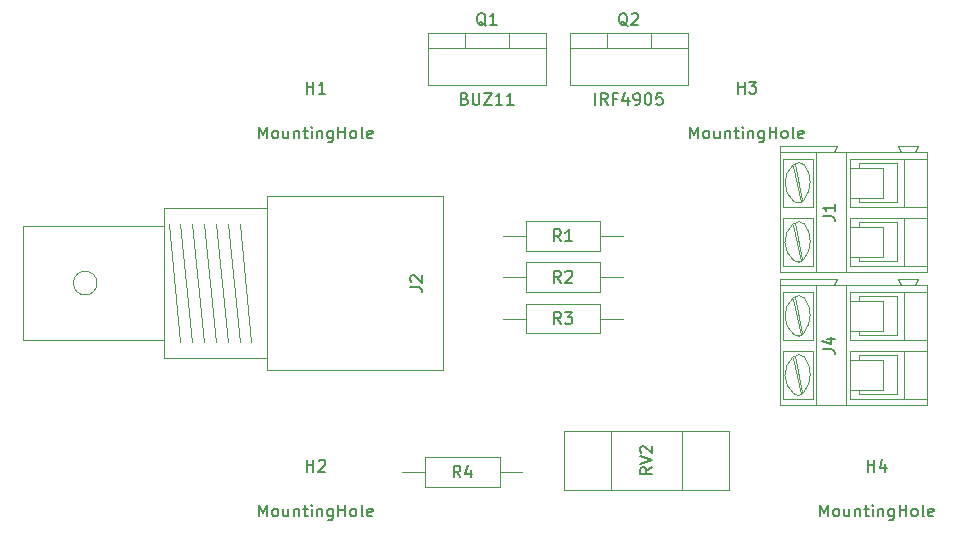
<source format=gbr>
G04 #@! TF.GenerationSoftware,KiCad,Pcbnew,6.0.7-f9a2dced07~116~ubuntu20.04.1*
G04 #@! TF.CreationDate,2022-10-13T03:27:04+01:00*
G04 #@! TF.ProjectId,mosfet_circuit,6d6f7366-6574-45f6-9369-72637569742e,rev?*
G04 #@! TF.SameCoordinates,Original*
G04 #@! TF.FileFunction,AssemblyDrawing,Top*
%FSLAX46Y46*%
G04 Gerber Fmt 4.6, Leading zero omitted, Abs format (unit mm)*
G04 Created by KiCad (PCBNEW 6.0.7-f9a2dced07~116~ubuntu20.04.1) date 2022-10-13 03:27:04*
%MOMM*%
%LPD*%
G01*
G04 APERTURE LIST*
%ADD10C,0.150000*%
%ADD11C,0.100000*%
G04 APERTURE END LIST*
D10*
X205952380Y-80333333D02*
X206666666Y-80333333D01*
X206809523Y-80380952D01*
X206904761Y-80476190D01*
X206952380Y-80619047D01*
X206952380Y-80714285D01*
X206952380Y-79333333D02*
X206952380Y-79904761D01*
X206952380Y-79619047D02*
X205952380Y-79619047D01*
X206095238Y-79714285D01*
X206190476Y-79809523D01*
X206238095Y-79904761D01*
X171002380Y-86333333D02*
X171716666Y-86333333D01*
X171859523Y-86380952D01*
X171954761Y-86476190D01*
X172002380Y-86619047D01*
X172002380Y-86714285D01*
X171097619Y-85904761D02*
X171050000Y-85857142D01*
X171002380Y-85761904D01*
X171002380Y-85523809D01*
X171050000Y-85428571D01*
X171097619Y-85380952D01*
X171192857Y-85333333D01*
X171288095Y-85333333D01*
X171430952Y-85380952D01*
X172002380Y-85952380D01*
X172002380Y-85333333D01*
X205952380Y-91598333D02*
X206666666Y-91598333D01*
X206809523Y-91645952D01*
X206904761Y-91741190D01*
X206952380Y-91884047D01*
X206952380Y-91979285D01*
X206285714Y-90693571D02*
X206952380Y-90693571D01*
X205904761Y-90931666D02*
X206619047Y-91169761D01*
X206619047Y-90550714D01*
X175619047Y-70373571D02*
X175761904Y-70421190D01*
X175809523Y-70468809D01*
X175857142Y-70564047D01*
X175857142Y-70706904D01*
X175809523Y-70802142D01*
X175761904Y-70849761D01*
X175666666Y-70897380D01*
X175285714Y-70897380D01*
X175285714Y-69897380D01*
X175619047Y-69897380D01*
X175714285Y-69945000D01*
X175761904Y-69992619D01*
X175809523Y-70087857D01*
X175809523Y-70183095D01*
X175761904Y-70278333D01*
X175714285Y-70325952D01*
X175619047Y-70373571D01*
X175285714Y-70373571D01*
X176285714Y-69897380D02*
X176285714Y-70706904D01*
X176333333Y-70802142D01*
X176380952Y-70849761D01*
X176476190Y-70897380D01*
X176666666Y-70897380D01*
X176761904Y-70849761D01*
X176809523Y-70802142D01*
X176857142Y-70706904D01*
X176857142Y-69897380D01*
X177238095Y-69897380D02*
X177904761Y-69897380D01*
X177238095Y-70897380D01*
X177904761Y-70897380D01*
X178809523Y-70897380D02*
X178238095Y-70897380D01*
X178523809Y-70897380D02*
X178523809Y-69897380D01*
X178428571Y-70040238D01*
X178333333Y-70135476D01*
X178238095Y-70183095D01*
X179761904Y-70897380D02*
X179190476Y-70897380D01*
X179476190Y-70897380D02*
X179476190Y-69897380D01*
X179380952Y-70040238D01*
X179285714Y-70135476D01*
X179190476Y-70183095D01*
X177404761Y-64222619D02*
X177309523Y-64175000D01*
X177214285Y-64079761D01*
X177071428Y-63936904D01*
X176976190Y-63889285D01*
X176880952Y-63889285D01*
X176928571Y-64127380D02*
X176833333Y-64079761D01*
X176738095Y-63984523D01*
X176690476Y-63794047D01*
X176690476Y-63460714D01*
X176738095Y-63270238D01*
X176833333Y-63175000D01*
X176928571Y-63127380D01*
X177119047Y-63127380D01*
X177214285Y-63175000D01*
X177309523Y-63270238D01*
X177357142Y-63460714D01*
X177357142Y-63794047D01*
X177309523Y-63984523D01*
X177214285Y-64079761D01*
X177119047Y-64127380D01*
X176928571Y-64127380D01*
X178309523Y-64127380D02*
X177738095Y-64127380D01*
X178023809Y-64127380D02*
X178023809Y-63127380D01*
X177928571Y-63270238D01*
X177833333Y-63365476D01*
X177738095Y-63413095D01*
X186666666Y-70897380D02*
X186666666Y-69897380D01*
X187714285Y-70897380D02*
X187380952Y-70421190D01*
X187142857Y-70897380D02*
X187142857Y-69897380D01*
X187523809Y-69897380D01*
X187619047Y-69945000D01*
X187666666Y-69992619D01*
X187714285Y-70087857D01*
X187714285Y-70230714D01*
X187666666Y-70325952D01*
X187619047Y-70373571D01*
X187523809Y-70421190D01*
X187142857Y-70421190D01*
X188476190Y-70373571D02*
X188142857Y-70373571D01*
X188142857Y-70897380D02*
X188142857Y-69897380D01*
X188619047Y-69897380D01*
X189428571Y-70230714D02*
X189428571Y-70897380D01*
X189190476Y-69849761D02*
X188952380Y-70564047D01*
X189571428Y-70564047D01*
X190000000Y-70897380D02*
X190190476Y-70897380D01*
X190285714Y-70849761D01*
X190333333Y-70802142D01*
X190428571Y-70659285D01*
X190476190Y-70468809D01*
X190476190Y-70087857D01*
X190428571Y-69992619D01*
X190380952Y-69945000D01*
X190285714Y-69897380D01*
X190095238Y-69897380D01*
X190000000Y-69945000D01*
X189952380Y-69992619D01*
X189904761Y-70087857D01*
X189904761Y-70325952D01*
X189952380Y-70421190D01*
X190000000Y-70468809D01*
X190095238Y-70516428D01*
X190285714Y-70516428D01*
X190380952Y-70468809D01*
X190428571Y-70421190D01*
X190476190Y-70325952D01*
X191095238Y-69897380D02*
X191190476Y-69897380D01*
X191285714Y-69945000D01*
X191333333Y-69992619D01*
X191380952Y-70087857D01*
X191428571Y-70278333D01*
X191428571Y-70516428D01*
X191380952Y-70706904D01*
X191333333Y-70802142D01*
X191285714Y-70849761D01*
X191190476Y-70897380D01*
X191095238Y-70897380D01*
X191000000Y-70849761D01*
X190952380Y-70802142D01*
X190904761Y-70706904D01*
X190857142Y-70516428D01*
X190857142Y-70278333D01*
X190904761Y-70087857D01*
X190952380Y-69992619D01*
X191000000Y-69945000D01*
X191095238Y-69897380D01*
X192333333Y-69897380D02*
X191857142Y-69897380D01*
X191809523Y-70373571D01*
X191857142Y-70325952D01*
X191952380Y-70278333D01*
X192190476Y-70278333D01*
X192285714Y-70325952D01*
X192333333Y-70373571D01*
X192380952Y-70468809D01*
X192380952Y-70706904D01*
X192333333Y-70802142D01*
X192285714Y-70849761D01*
X192190476Y-70897380D01*
X191952380Y-70897380D01*
X191857142Y-70849761D01*
X191809523Y-70802142D01*
X189404761Y-64222619D02*
X189309523Y-64175000D01*
X189214285Y-64079761D01*
X189071428Y-63936904D01*
X188976190Y-63889285D01*
X188880952Y-63889285D01*
X188928571Y-64127380D02*
X188833333Y-64079761D01*
X188738095Y-63984523D01*
X188690476Y-63794047D01*
X188690476Y-63460714D01*
X188738095Y-63270238D01*
X188833333Y-63175000D01*
X188928571Y-63127380D01*
X189119047Y-63127380D01*
X189214285Y-63175000D01*
X189309523Y-63270238D01*
X189357142Y-63460714D01*
X189357142Y-63794047D01*
X189309523Y-63984523D01*
X189214285Y-64079761D01*
X189119047Y-64127380D01*
X188928571Y-64127380D01*
X189738095Y-63222619D02*
X189785714Y-63175000D01*
X189880952Y-63127380D01*
X190119047Y-63127380D01*
X190214285Y-63175000D01*
X190261904Y-63222619D01*
X190309523Y-63317857D01*
X190309523Y-63413095D01*
X190261904Y-63555952D01*
X189690476Y-64127380D01*
X190309523Y-64127380D01*
X183753333Y-82452380D02*
X183420000Y-81976190D01*
X183181904Y-82452380D02*
X183181904Y-81452380D01*
X183562857Y-81452380D01*
X183658095Y-81500000D01*
X183705714Y-81547619D01*
X183753333Y-81642857D01*
X183753333Y-81785714D01*
X183705714Y-81880952D01*
X183658095Y-81928571D01*
X183562857Y-81976190D01*
X183181904Y-81976190D01*
X184705714Y-82452380D02*
X184134285Y-82452380D01*
X184420000Y-82452380D02*
X184420000Y-81452380D01*
X184324761Y-81595238D01*
X184229523Y-81690476D01*
X184134285Y-81738095D01*
X183753333Y-85952380D02*
X183420000Y-85476190D01*
X183181904Y-85952380D02*
X183181904Y-84952380D01*
X183562857Y-84952380D01*
X183658095Y-85000000D01*
X183705714Y-85047619D01*
X183753333Y-85142857D01*
X183753333Y-85285714D01*
X183705714Y-85380952D01*
X183658095Y-85428571D01*
X183562857Y-85476190D01*
X183181904Y-85476190D01*
X184134285Y-85047619D02*
X184181904Y-85000000D01*
X184277142Y-84952380D01*
X184515238Y-84952380D01*
X184610476Y-85000000D01*
X184658095Y-85047619D01*
X184705714Y-85142857D01*
X184705714Y-85238095D01*
X184658095Y-85380952D01*
X184086666Y-85952380D01*
X184705714Y-85952380D01*
X183753333Y-89452380D02*
X183420000Y-88976190D01*
X183181904Y-89452380D02*
X183181904Y-88452380D01*
X183562857Y-88452380D01*
X183658095Y-88500000D01*
X183705714Y-88547619D01*
X183753333Y-88642857D01*
X183753333Y-88785714D01*
X183705714Y-88880952D01*
X183658095Y-88928571D01*
X183562857Y-88976190D01*
X183181904Y-88976190D01*
X184086666Y-88452380D02*
X184705714Y-88452380D01*
X184372380Y-88833333D01*
X184515238Y-88833333D01*
X184610476Y-88880952D01*
X184658095Y-88928571D01*
X184705714Y-89023809D01*
X184705714Y-89261904D01*
X184658095Y-89357142D01*
X184610476Y-89404761D01*
X184515238Y-89452380D01*
X184229523Y-89452380D01*
X184134285Y-89404761D01*
X184086666Y-89357142D01*
X175253333Y-102452380D02*
X174920000Y-101976190D01*
X174681904Y-102452380D02*
X174681904Y-101452380D01*
X175062857Y-101452380D01*
X175158095Y-101500000D01*
X175205714Y-101547619D01*
X175253333Y-101642857D01*
X175253333Y-101785714D01*
X175205714Y-101880952D01*
X175158095Y-101928571D01*
X175062857Y-101976190D01*
X174681904Y-101976190D01*
X176110476Y-101785714D02*
X176110476Y-102452380D01*
X175872380Y-101404761D02*
X175634285Y-102119047D01*
X176253333Y-102119047D01*
X191452380Y-101595238D02*
X190976190Y-101928571D01*
X191452380Y-102166666D02*
X190452380Y-102166666D01*
X190452380Y-101785714D01*
X190500000Y-101690476D01*
X190547619Y-101642857D01*
X190642857Y-101595238D01*
X190785714Y-101595238D01*
X190880952Y-101642857D01*
X190928571Y-101690476D01*
X190976190Y-101785714D01*
X190976190Y-102166666D01*
X190452380Y-101309523D02*
X191452380Y-100976190D01*
X190452380Y-100642857D01*
X190547619Y-100357142D02*
X190500000Y-100309523D01*
X190452380Y-100214285D01*
X190452380Y-99976190D01*
X190500000Y-99880952D01*
X190547619Y-99833333D01*
X190642857Y-99785714D01*
X190738095Y-99785714D01*
X190880952Y-99833333D01*
X191452380Y-100404761D01*
X191452380Y-99785714D01*
X205714285Y-105752380D02*
X205714285Y-104752380D01*
X206047619Y-105466666D01*
X206380952Y-104752380D01*
X206380952Y-105752380D01*
X207000000Y-105752380D02*
X206904761Y-105704761D01*
X206857142Y-105657142D01*
X206809523Y-105561904D01*
X206809523Y-105276190D01*
X206857142Y-105180952D01*
X206904761Y-105133333D01*
X207000000Y-105085714D01*
X207142857Y-105085714D01*
X207238095Y-105133333D01*
X207285714Y-105180952D01*
X207333333Y-105276190D01*
X207333333Y-105561904D01*
X207285714Y-105657142D01*
X207238095Y-105704761D01*
X207142857Y-105752380D01*
X207000000Y-105752380D01*
X208190476Y-105085714D02*
X208190476Y-105752380D01*
X207761904Y-105085714D02*
X207761904Y-105609523D01*
X207809523Y-105704761D01*
X207904761Y-105752380D01*
X208047619Y-105752380D01*
X208142857Y-105704761D01*
X208190476Y-105657142D01*
X208666666Y-105085714D02*
X208666666Y-105752380D01*
X208666666Y-105180952D02*
X208714285Y-105133333D01*
X208809523Y-105085714D01*
X208952380Y-105085714D01*
X209047619Y-105133333D01*
X209095238Y-105228571D01*
X209095238Y-105752380D01*
X209428571Y-105085714D02*
X209809523Y-105085714D01*
X209571428Y-104752380D02*
X209571428Y-105609523D01*
X209619047Y-105704761D01*
X209714285Y-105752380D01*
X209809523Y-105752380D01*
X210142857Y-105752380D02*
X210142857Y-105085714D01*
X210142857Y-104752380D02*
X210095238Y-104800000D01*
X210142857Y-104847619D01*
X210190476Y-104800000D01*
X210142857Y-104752380D01*
X210142857Y-104847619D01*
X210619047Y-105085714D02*
X210619047Y-105752380D01*
X210619047Y-105180952D02*
X210666666Y-105133333D01*
X210761904Y-105085714D01*
X210904761Y-105085714D01*
X211000000Y-105133333D01*
X211047619Y-105228571D01*
X211047619Y-105752380D01*
X211952380Y-105085714D02*
X211952380Y-105895238D01*
X211904761Y-105990476D01*
X211857142Y-106038095D01*
X211761904Y-106085714D01*
X211619047Y-106085714D01*
X211523809Y-106038095D01*
X211952380Y-105704761D02*
X211857142Y-105752380D01*
X211666666Y-105752380D01*
X211571428Y-105704761D01*
X211523809Y-105657142D01*
X211476190Y-105561904D01*
X211476190Y-105276190D01*
X211523809Y-105180952D01*
X211571428Y-105133333D01*
X211666666Y-105085714D01*
X211857142Y-105085714D01*
X211952380Y-105133333D01*
X212428571Y-105752380D02*
X212428571Y-104752380D01*
X212428571Y-105228571D02*
X213000000Y-105228571D01*
X213000000Y-105752380D02*
X213000000Y-104752380D01*
X213619047Y-105752380D02*
X213523809Y-105704761D01*
X213476190Y-105657142D01*
X213428571Y-105561904D01*
X213428571Y-105276190D01*
X213476190Y-105180952D01*
X213523809Y-105133333D01*
X213619047Y-105085714D01*
X213761904Y-105085714D01*
X213857142Y-105133333D01*
X213904761Y-105180952D01*
X213952380Y-105276190D01*
X213952380Y-105561904D01*
X213904761Y-105657142D01*
X213857142Y-105704761D01*
X213761904Y-105752380D01*
X213619047Y-105752380D01*
X214523809Y-105752380D02*
X214428571Y-105704761D01*
X214380952Y-105609523D01*
X214380952Y-104752380D01*
X215285714Y-105704761D02*
X215190476Y-105752380D01*
X215000000Y-105752380D01*
X214904761Y-105704761D01*
X214857142Y-105609523D01*
X214857142Y-105228571D01*
X214904761Y-105133333D01*
X215000000Y-105085714D01*
X215190476Y-105085714D01*
X215285714Y-105133333D01*
X215333333Y-105228571D01*
X215333333Y-105323809D01*
X214857142Y-105419047D01*
X209738095Y-101952380D02*
X209738095Y-100952380D01*
X209738095Y-101428571D02*
X210309523Y-101428571D01*
X210309523Y-101952380D02*
X210309523Y-100952380D01*
X211214285Y-101285714D02*
X211214285Y-101952380D01*
X210976190Y-100904761D02*
X210738095Y-101619047D01*
X211357142Y-101619047D01*
X158214285Y-73752380D02*
X158214285Y-72752380D01*
X158547619Y-73466666D01*
X158880952Y-72752380D01*
X158880952Y-73752380D01*
X159500000Y-73752380D02*
X159404761Y-73704761D01*
X159357142Y-73657142D01*
X159309523Y-73561904D01*
X159309523Y-73276190D01*
X159357142Y-73180952D01*
X159404761Y-73133333D01*
X159500000Y-73085714D01*
X159642857Y-73085714D01*
X159738095Y-73133333D01*
X159785714Y-73180952D01*
X159833333Y-73276190D01*
X159833333Y-73561904D01*
X159785714Y-73657142D01*
X159738095Y-73704761D01*
X159642857Y-73752380D01*
X159500000Y-73752380D01*
X160690476Y-73085714D02*
X160690476Y-73752380D01*
X160261904Y-73085714D02*
X160261904Y-73609523D01*
X160309523Y-73704761D01*
X160404761Y-73752380D01*
X160547619Y-73752380D01*
X160642857Y-73704761D01*
X160690476Y-73657142D01*
X161166666Y-73085714D02*
X161166666Y-73752380D01*
X161166666Y-73180952D02*
X161214285Y-73133333D01*
X161309523Y-73085714D01*
X161452380Y-73085714D01*
X161547619Y-73133333D01*
X161595238Y-73228571D01*
X161595238Y-73752380D01*
X161928571Y-73085714D02*
X162309523Y-73085714D01*
X162071428Y-72752380D02*
X162071428Y-73609523D01*
X162119047Y-73704761D01*
X162214285Y-73752380D01*
X162309523Y-73752380D01*
X162642857Y-73752380D02*
X162642857Y-73085714D01*
X162642857Y-72752380D02*
X162595238Y-72800000D01*
X162642857Y-72847619D01*
X162690476Y-72800000D01*
X162642857Y-72752380D01*
X162642857Y-72847619D01*
X163119047Y-73085714D02*
X163119047Y-73752380D01*
X163119047Y-73180952D02*
X163166666Y-73133333D01*
X163261904Y-73085714D01*
X163404761Y-73085714D01*
X163500000Y-73133333D01*
X163547619Y-73228571D01*
X163547619Y-73752380D01*
X164452380Y-73085714D02*
X164452380Y-73895238D01*
X164404761Y-73990476D01*
X164357142Y-74038095D01*
X164261904Y-74085714D01*
X164119047Y-74085714D01*
X164023809Y-74038095D01*
X164452380Y-73704761D02*
X164357142Y-73752380D01*
X164166666Y-73752380D01*
X164071428Y-73704761D01*
X164023809Y-73657142D01*
X163976190Y-73561904D01*
X163976190Y-73276190D01*
X164023809Y-73180952D01*
X164071428Y-73133333D01*
X164166666Y-73085714D01*
X164357142Y-73085714D01*
X164452380Y-73133333D01*
X164928571Y-73752380D02*
X164928571Y-72752380D01*
X164928571Y-73228571D02*
X165500000Y-73228571D01*
X165500000Y-73752380D02*
X165500000Y-72752380D01*
X166119047Y-73752380D02*
X166023809Y-73704761D01*
X165976190Y-73657142D01*
X165928571Y-73561904D01*
X165928571Y-73276190D01*
X165976190Y-73180952D01*
X166023809Y-73133333D01*
X166119047Y-73085714D01*
X166261904Y-73085714D01*
X166357142Y-73133333D01*
X166404761Y-73180952D01*
X166452380Y-73276190D01*
X166452380Y-73561904D01*
X166404761Y-73657142D01*
X166357142Y-73704761D01*
X166261904Y-73752380D01*
X166119047Y-73752380D01*
X167023809Y-73752380D02*
X166928571Y-73704761D01*
X166880952Y-73609523D01*
X166880952Y-72752380D01*
X167785714Y-73704761D02*
X167690476Y-73752380D01*
X167500000Y-73752380D01*
X167404761Y-73704761D01*
X167357142Y-73609523D01*
X167357142Y-73228571D01*
X167404761Y-73133333D01*
X167500000Y-73085714D01*
X167690476Y-73085714D01*
X167785714Y-73133333D01*
X167833333Y-73228571D01*
X167833333Y-73323809D01*
X167357142Y-73419047D01*
X162238095Y-69952380D02*
X162238095Y-68952380D01*
X162238095Y-69428571D02*
X162809523Y-69428571D01*
X162809523Y-69952380D02*
X162809523Y-68952380D01*
X163809523Y-69952380D02*
X163238095Y-69952380D01*
X163523809Y-69952380D02*
X163523809Y-68952380D01*
X163428571Y-69095238D01*
X163333333Y-69190476D01*
X163238095Y-69238095D01*
X158214285Y-105752380D02*
X158214285Y-104752380D01*
X158547619Y-105466666D01*
X158880952Y-104752380D01*
X158880952Y-105752380D01*
X159500000Y-105752380D02*
X159404761Y-105704761D01*
X159357142Y-105657142D01*
X159309523Y-105561904D01*
X159309523Y-105276190D01*
X159357142Y-105180952D01*
X159404761Y-105133333D01*
X159500000Y-105085714D01*
X159642857Y-105085714D01*
X159738095Y-105133333D01*
X159785714Y-105180952D01*
X159833333Y-105276190D01*
X159833333Y-105561904D01*
X159785714Y-105657142D01*
X159738095Y-105704761D01*
X159642857Y-105752380D01*
X159500000Y-105752380D01*
X160690476Y-105085714D02*
X160690476Y-105752380D01*
X160261904Y-105085714D02*
X160261904Y-105609523D01*
X160309523Y-105704761D01*
X160404761Y-105752380D01*
X160547619Y-105752380D01*
X160642857Y-105704761D01*
X160690476Y-105657142D01*
X161166666Y-105085714D02*
X161166666Y-105752380D01*
X161166666Y-105180952D02*
X161214285Y-105133333D01*
X161309523Y-105085714D01*
X161452380Y-105085714D01*
X161547619Y-105133333D01*
X161595238Y-105228571D01*
X161595238Y-105752380D01*
X161928571Y-105085714D02*
X162309523Y-105085714D01*
X162071428Y-104752380D02*
X162071428Y-105609523D01*
X162119047Y-105704761D01*
X162214285Y-105752380D01*
X162309523Y-105752380D01*
X162642857Y-105752380D02*
X162642857Y-105085714D01*
X162642857Y-104752380D02*
X162595238Y-104800000D01*
X162642857Y-104847619D01*
X162690476Y-104800000D01*
X162642857Y-104752380D01*
X162642857Y-104847619D01*
X163119047Y-105085714D02*
X163119047Y-105752380D01*
X163119047Y-105180952D02*
X163166666Y-105133333D01*
X163261904Y-105085714D01*
X163404761Y-105085714D01*
X163500000Y-105133333D01*
X163547619Y-105228571D01*
X163547619Y-105752380D01*
X164452380Y-105085714D02*
X164452380Y-105895238D01*
X164404761Y-105990476D01*
X164357142Y-106038095D01*
X164261904Y-106085714D01*
X164119047Y-106085714D01*
X164023809Y-106038095D01*
X164452380Y-105704761D02*
X164357142Y-105752380D01*
X164166666Y-105752380D01*
X164071428Y-105704761D01*
X164023809Y-105657142D01*
X163976190Y-105561904D01*
X163976190Y-105276190D01*
X164023809Y-105180952D01*
X164071428Y-105133333D01*
X164166666Y-105085714D01*
X164357142Y-105085714D01*
X164452380Y-105133333D01*
X164928571Y-105752380D02*
X164928571Y-104752380D01*
X164928571Y-105228571D02*
X165500000Y-105228571D01*
X165500000Y-105752380D02*
X165500000Y-104752380D01*
X166119047Y-105752380D02*
X166023809Y-105704761D01*
X165976190Y-105657142D01*
X165928571Y-105561904D01*
X165928571Y-105276190D01*
X165976190Y-105180952D01*
X166023809Y-105133333D01*
X166119047Y-105085714D01*
X166261904Y-105085714D01*
X166357142Y-105133333D01*
X166404761Y-105180952D01*
X166452380Y-105276190D01*
X166452380Y-105561904D01*
X166404761Y-105657142D01*
X166357142Y-105704761D01*
X166261904Y-105752380D01*
X166119047Y-105752380D01*
X167023809Y-105752380D02*
X166928571Y-105704761D01*
X166880952Y-105609523D01*
X166880952Y-104752380D01*
X167785714Y-105704761D02*
X167690476Y-105752380D01*
X167500000Y-105752380D01*
X167404761Y-105704761D01*
X167357142Y-105609523D01*
X167357142Y-105228571D01*
X167404761Y-105133333D01*
X167500000Y-105085714D01*
X167690476Y-105085714D01*
X167785714Y-105133333D01*
X167833333Y-105228571D01*
X167833333Y-105323809D01*
X167357142Y-105419047D01*
X162238095Y-101952380D02*
X162238095Y-100952380D01*
X162238095Y-101428571D02*
X162809523Y-101428571D01*
X162809523Y-101952380D02*
X162809523Y-100952380D01*
X163238095Y-101047619D02*
X163285714Y-101000000D01*
X163380952Y-100952380D01*
X163619047Y-100952380D01*
X163714285Y-101000000D01*
X163761904Y-101047619D01*
X163809523Y-101142857D01*
X163809523Y-101238095D01*
X163761904Y-101380952D01*
X163190476Y-101952380D01*
X163809523Y-101952380D01*
X194714285Y-73752380D02*
X194714285Y-72752380D01*
X195047619Y-73466666D01*
X195380952Y-72752380D01*
X195380952Y-73752380D01*
X196000000Y-73752380D02*
X195904761Y-73704761D01*
X195857142Y-73657142D01*
X195809523Y-73561904D01*
X195809523Y-73276190D01*
X195857142Y-73180952D01*
X195904761Y-73133333D01*
X196000000Y-73085714D01*
X196142857Y-73085714D01*
X196238095Y-73133333D01*
X196285714Y-73180952D01*
X196333333Y-73276190D01*
X196333333Y-73561904D01*
X196285714Y-73657142D01*
X196238095Y-73704761D01*
X196142857Y-73752380D01*
X196000000Y-73752380D01*
X197190476Y-73085714D02*
X197190476Y-73752380D01*
X196761904Y-73085714D02*
X196761904Y-73609523D01*
X196809523Y-73704761D01*
X196904761Y-73752380D01*
X197047619Y-73752380D01*
X197142857Y-73704761D01*
X197190476Y-73657142D01*
X197666666Y-73085714D02*
X197666666Y-73752380D01*
X197666666Y-73180952D02*
X197714285Y-73133333D01*
X197809523Y-73085714D01*
X197952380Y-73085714D01*
X198047619Y-73133333D01*
X198095238Y-73228571D01*
X198095238Y-73752380D01*
X198428571Y-73085714D02*
X198809523Y-73085714D01*
X198571428Y-72752380D02*
X198571428Y-73609523D01*
X198619047Y-73704761D01*
X198714285Y-73752380D01*
X198809523Y-73752380D01*
X199142857Y-73752380D02*
X199142857Y-73085714D01*
X199142857Y-72752380D02*
X199095238Y-72800000D01*
X199142857Y-72847619D01*
X199190476Y-72800000D01*
X199142857Y-72752380D01*
X199142857Y-72847619D01*
X199619047Y-73085714D02*
X199619047Y-73752380D01*
X199619047Y-73180952D02*
X199666666Y-73133333D01*
X199761904Y-73085714D01*
X199904761Y-73085714D01*
X200000000Y-73133333D01*
X200047619Y-73228571D01*
X200047619Y-73752380D01*
X200952380Y-73085714D02*
X200952380Y-73895238D01*
X200904761Y-73990476D01*
X200857142Y-74038095D01*
X200761904Y-74085714D01*
X200619047Y-74085714D01*
X200523809Y-74038095D01*
X200952380Y-73704761D02*
X200857142Y-73752380D01*
X200666666Y-73752380D01*
X200571428Y-73704761D01*
X200523809Y-73657142D01*
X200476190Y-73561904D01*
X200476190Y-73276190D01*
X200523809Y-73180952D01*
X200571428Y-73133333D01*
X200666666Y-73085714D01*
X200857142Y-73085714D01*
X200952380Y-73133333D01*
X201428571Y-73752380D02*
X201428571Y-72752380D01*
X201428571Y-73228571D02*
X202000000Y-73228571D01*
X202000000Y-73752380D02*
X202000000Y-72752380D01*
X202619047Y-73752380D02*
X202523809Y-73704761D01*
X202476190Y-73657142D01*
X202428571Y-73561904D01*
X202428571Y-73276190D01*
X202476190Y-73180952D01*
X202523809Y-73133333D01*
X202619047Y-73085714D01*
X202761904Y-73085714D01*
X202857142Y-73133333D01*
X202904761Y-73180952D01*
X202952380Y-73276190D01*
X202952380Y-73561904D01*
X202904761Y-73657142D01*
X202857142Y-73704761D01*
X202761904Y-73752380D01*
X202619047Y-73752380D01*
X203523809Y-73752380D02*
X203428571Y-73704761D01*
X203380952Y-73609523D01*
X203380952Y-72752380D01*
X204285714Y-73704761D02*
X204190476Y-73752380D01*
X204000000Y-73752380D01*
X203904761Y-73704761D01*
X203857142Y-73609523D01*
X203857142Y-73228571D01*
X203904761Y-73133333D01*
X204000000Y-73085714D01*
X204190476Y-73085714D01*
X204285714Y-73133333D01*
X204333333Y-73228571D01*
X204333333Y-73323809D01*
X203857142Y-73419047D01*
X198738095Y-69952380D02*
X198738095Y-68952380D01*
X198738095Y-69428571D02*
X199309523Y-69428571D01*
X199309523Y-69952380D02*
X199309523Y-68952380D01*
X199690476Y-68952380D02*
X200309523Y-68952380D01*
X199976190Y-69333333D01*
X200119047Y-69333333D01*
X200214285Y-69380952D01*
X200261904Y-69428571D01*
X200309523Y-69523809D01*
X200309523Y-69761904D01*
X200261904Y-69857142D01*
X200214285Y-69904761D01*
X200119047Y-69952380D01*
X199833333Y-69952380D01*
X199738095Y-69904761D01*
X199690476Y-69857142D01*
D11*
X209010000Y-75830000D02*
X209010000Y-76220000D01*
X214720000Y-80460000D02*
X212820000Y-80460000D01*
X208250000Y-75450000D02*
X208250000Y-75830000D01*
X212180000Y-75830000D02*
X212180000Y-79140000D01*
X202530000Y-79520000D02*
X202530000Y-75450000D01*
X211040000Y-76220000D02*
X208250000Y-76220000D01*
X207860000Y-75830000D02*
X207860000Y-79140000D01*
X208250000Y-80460000D02*
X208250000Y-80840000D01*
X204180000Y-78980000D02*
X203550000Y-75940000D01*
X208250000Y-78760000D02*
X208250000Y-76220000D01*
X212180000Y-80840000D02*
X212180000Y-84140000D01*
X207860000Y-74890000D02*
X207860000Y-75830000D01*
X214720000Y-75450000D02*
X214720000Y-74890000D01*
X208250000Y-79140000D02*
X208250000Y-75830000D01*
X205330000Y-85080000D02*
X205330000Y-74890000D01*
X202280000Y-74890000D02*
X202280000Y-74390000D01*
X205070000Y-80460000D02*
X202530000Y-80460000D01*
X214720000Y-80460000D02*
X214720000Y-79520000D01*
X212820000Y-79520000D02*
X208250000Y-79520000D01*
X211040000Y-78760000D02*
X208250000Y-78760000D01*
X207860000Y-80840000D02*
X207860000Y-79140000D01*
X207100000Y-74390000D02*
X206850000Y-74890000D01*
X212180000Y-84140000D02*
X209010000Y-84140000D01*
X214720000Y-84520000D02*
X214720000Y-80460000D01*
X211040000Y-81220000D02*
X208250000Y-81220000D01*
X214720000Y-79520000D02*
X212820000Y-79520000D01*
X205070000Y-79520000D02*
X202530000Y-79520000D01*
X212180000Y-75830000D02*
X209010000Y-75830000D01*
X214720000Y-85080000D02*
X207860000Y-85080000D01*
X213960000Y-74390000D02*
X213710000Y-74890000D01*
X204180000Y-83990000D02*
X203550000Y-80940000D01*
X212310000Y-74390000D02*
X213960000Y-74390000D01*
X209010000Y-84140000D02*
X209010000Y-83760000D01*
X212820000Y-79520000D02*
X212820000Y-75450000D01*
X205070000Y-75450000D02*
X205070000Y-79520000D01*
X211040000Y-78760000D02*
X211040000Y-76220000D01*
X208250000Y-79520000D02*
X208250000Y-79140000D01*
X212180000Y-80840000D02*
X209010000Y-80840000D01*
X208250000Y-83760000D02*
X208250000Y-81220000D01*
X209010000Y-79140000D02*
X209010000Y-78760000D01*
X212820000Y-75450000D02*
X214720000Y-75450000D01*
X204050000Y-79110000D02*
X203420000Y-76060000D01*
X204050000Y-84120000D02*
X203420000Y-81060000D01*
X211040000Y-83760000D02*
X208250000Y-83760000D01*
X212560000Y-74890000D02*
X213710000Y-74890000D01*
X211040000Y-83760000D02*
X211040000Y-81220000D01*
X212820000Y-80460000D02*
X212820000Y-84520000D01*
X207860000Y-85080000D02*
X205330000Y-85080000D01*
X212820000Y-80460000D02*
X208250000Y-80460000D01*
X202530000Y-80460000D02*
X202530000Y-84520000D01*
X207860000Y-85080000D02*
X207860000Y-84140000D01*
X202280000Y-74890000D02*
X202280000Y-85080000D01*
X202280000Y-74890000D02*
X205330000Y-74890000D01*
X214720000Y-79520000D02*
X214720000Y-75450000D01*
X213710000Y-74890000D02*
X214720000Y-74890000D01*
X202280000Y-74390000D02*
X207100000Y-74390000D01*
X208250000Y-84520000D02*
X212820000Y-84520000D01*
X209010000Y-80840000D02*
X209010000Y-81220000D01*
X207860000Y-84140000D02*
X207860000Y-80840000D01*
X208250000Y-80840000D02*
X208250000Y-84140000D01*
X205070000Y-84520000D02*
X202530000Y-84520000D01*
X208250000Y-75450000D02*
X212820000Y-75450000D01*
X208250000Y-84520000D02*
X208250000Y-84140000D01*
X205070000Y-80460000D02*
X205070000Y-84520000D01*
X212820000Y-84520000D02*
X214720000Y-84520000D01*
X205330000Y-85080000D02*
X202280000Y-85080000D01*
X207860000Y-74890000D02*
X212560000Y-74890000D01*
X212310000Y-74390000D02*
X212560000Y-74890000D01*
X202530000Y-75450000D02*
X205070000Y-75450000D01*
X212180000Y-79140000D02*
X209010000Y-79140000D01*
X206850000Y-74890000D02*
X207860000Y-74890000D01*
X205330000Y-74890000D02*
X206850000Y-74890000D01*
X214720000Y-85080000D02*
X214720000Y-84520000D01*
X203441301Y-84062972D02*
G75*
G03*
X204370000Y-83920000I408699J432973D01*
G01*
X204413996Y-81014380D02*
G75*
G03*
X203450000Y-80970000I-503996J-455620D01*
G01*
X204341418Y-83959829D02*
G75*
G03*
X204380000Y-80970000I-1911418J1519829D01*
G01*
X203428466Y-80960024D02*
G75*
G03*
X203500000Y-84120000I1361533J-1549976D01*
G01*
X204423995Y-76014468D02*
G75*
G03*
X203450000Y-75960000I-513995J-455532D01*
G01*
X203438314Y-75961760D02*
G75*
G03*
X203500000Y-79110000I1351686J-1548240D01*
G01*
X203441301Y-79062972D02*
G75*
G03*
X204370000Y-78920000I408699J432972D01*
G01*
X204331737Y-78952333D02*
G75*
G03*
X204380000Y-75970000I-1901737J1522333D01*
G01*
X173750000Y-93350000D02*
X173750000Y-78650000D01*
X151550000Y-91000000D02*
X150550000Y-81000000D01*
X157550000Y-91000000D02*
X156550000Y-81000000D01*
X158850000Y-78650000D02*
X158850000Y-93350000D01*
X155550000Y-91000000D02*
X154550000Y-81000000D01*
X150150000Y-81200000D02*
X138250000Y-81200000D01*
X156550000Y-91000000D02*
X155550000Y-81000000D01*
X158850000Y-93350000D02*
X173750000Y-93350000D01*
X138250000Y-81200000D02*
X138250000Y-90800000D01*
X150150000Y-92350000D02*
X158850000Y-92350000D01*
X158850000Y-79650000D02*
X150150000Y-79650000D01*
X150150000Y-79650000D02*
X150150000Y-92350000D01*
X153550000Y-91000000D02*
X152550000Y-81000000D01*
X138250000Y-90800000D02*
X150150000Y-90800000D01*
X154550000Y-91000000D02*
X153550000Y-81000000D01*
X152550000Y-91000000D02*
X151550000Y-81000000D01*
X173750000Y-78650000D02*
X158850000Y-78650000D01*
X144480000Y-86000000D02*
G75*
G03*
X144480000Y-86000000I-1000000J0D01*
G01*
X204180000Y-95255000D02*
X203550000Y-92205000D01*
X213960000Y-85655000D02*
X213710000Y-86155000D01*
X213710000Y-86155000D02*
X214720000Y-86155000D01*
X205330000Y-96345000D02*
X202280000Y-96345000D01*
X212180000Y-87095000D02*
X209010000Y-87095000D01*
X212310000Y-85655000D02*
X213960000Y-85655000D01*
X212310000Y-85655000D02*
X212560000Y-86155000D01*
X212820000Y-86715000D02*
X214720000Y-86715000D01*
X205070000Y-91725000D02*
X205070000Y-95785000D01*
X208250000Y-95785000D02*
X212820000Y-95785000D01*
X202280000Y-86155000D02*
X202280000Y-96345000D01*
X205070000Y-90785000D02*
X202530000Y-90785000D01*
X212820000Y-91725000D02*
X208250000Y-91725000D01*
X211040000Y-90025000D02*
X211040000Y-87485000D01*
X208250000Y-95025000D02*
X208250000Y-92485000D01*
X206850000Y-86155000D02*
X207860000Y-86155000D01*
X209010000Y-95405000D02*
X209010000Y-95025000D01*
X212560000Y-86155000D02*
X213710000Y-86155000D01*
X211040000Y-95025000D02*
X208250000Y-95025000D01*
X202530000Y-86715000D02*
X205070000Y-86715000D01*
X214720000Y-90785000D02*
X212820000Y-90785000D01*
X204050000Y-90375000D02*
X203420000Y-87325000D01*
X207860000Y-95405000D02*
X207860000Y-92105000D01*
X204180000Y-90245000D02*
X203550000Y-87205000D01*
X202280000Y-86155000D02*
X202280000Y-85655000D01*
X207100000Y-85655000D02*
X206850000Y-86155000D01*
X202280000Y-86155000D02*
X205330000Y-86155000D01*
X205330000Y-86155000D02*
X206850000Y-86155000D01*
X212820000Y-90785000D02*
X208250000Y-90785000D01*
X211040000Y-95025000D02*
X211040000Y-92485000D01*
X212180000Y-87095000D02*
X212180000Y-90405000D01*
X207860000Y-96345000D02*
X205330000Y-96345000D01*
X214720000Y-96345000D02*
X214720000Y-95785000D01*
X205330000Y-96345000D02*
X205330000Y-86155000D01*
X209010000Y-90405000D02*
X209010000Y-90025000D01*
X212820000Y-91725000D02*
X212820000Y-95785000D01*
X208250000Y-91725000D02*
X208250000Y-92105000D01*
X209010000Y-87095000D02*
X209010000Y-87485000D01*
X214720000Y-96345000D02*
X207860000Y-96345000D01*
X214720000Y-95785000D02*
X214720000Y-91725000D01*
X212180000Y-92105000D02*
X212180000Y-95405000D01*
X214720000Y-86715000D02*
X214720000Y-86155000D01*
X212180000Y-92105000D02*
X209010000Y-92105000D01*
X208250000Y-90025000D02*
X208250000Y-87485000D01*
X211040000Y-92485000D02*
X208250000Y-92485000D01*
X204050000Y-95385000D02*
X203420000Y-92325000D01*
X205070000Y-95785000D02*
X202530000Y-95785000D01*
X208250000Y-86715000D02*
X212820000Y-86715000D01*
X212820000Y-95785000D02*
X214720000Y-95785000D01*
X208250000Y-90785000D02*
X208250000Y-90405000D01*
X208250000Y-90405000D02*
X208250000Y-87095000D01*
X208250000Y-86715000D02*
X208250000Y-87095000D01*
X202530000Y-90785000D02*
X202530000Y-86715000D01*
X211040000Y-90025000D02*
X208250000Y-90025000D01*
X207860000Y-86155000D02*
X207860000Y-87095000D01*
X202530000Y-91725000D02*
X202530000Y-95785000D01*
X214720000Y-91725000D02*
X212820000Y-91725000D01*
X205070000Y-91725000D02*
X202530000Y-91725000D01*
X214720000Y-90785000D02*
X214720000Y-86715000D01*
X207860000Y-87095000D02*
X207860000Y-90405000D01*
X212180000Y-90405000D02*
X209010000Y-90405000D01*
X207860000Y-92105000D02*
X207860000Y-90405000D01*
X205070000Y-86715000D02*
X205070000Y-90785000D01*
X202280000Y-85655000D02*
X207100000Y-85655000D01*
X211040000Y-87485000D02*
X208250000Y-87485000D01*
X209010000Y-92105000D02*
X209010000Y-92485000D01*
X212180000Y-95405000D02*
X209010000Y-95405000D01*
X214720000Y-91725000D02*
X214720000Y-90785000D01*
X208250000Y-95785000D02*
X208250000Y-95405000D01*
X207860000Y-86155000D02*
X212560000Y-86155000D01*
X207860000Y-96345000D02*
X207860000Y-95405000D01*
X208250000Y-92105000D02*
X208250000Y-95405000D01*
X212820000Y-90785000D02*
X212820000Y-86715000D01*
X203438314Y-87226760D02*
G75*
G03*
X203500000Y-90375000I1351686J-1548240D01*
G01*
X203441301Y-90327972D02*
G75*
G03*
X204370000Y-90185000I408699J432972D01*
G01*
X203441301Y-95327972D02*
G75*
G03*
X204370000Y-95185000I408699J432973D01*
G01*
X203428466Y-92225024D02*
G75*
G03*
X203500000Y-95385000I1361533J-1549976D01*
G01*
X204423995Y-87279468D02*
G75*
G03*
X203450000Y-87225000I-513995J-455532D01*
G01*
X204331737Y-90217333D02*
G75*
G03*
X204380000Y-87235000I-1901737J1522333D01*
G01*
X204341418Y-95224829D02*
G75*
G03*
X204380000Y-92235000I-1911418J1519829D01*
G01*
X204413996Y-92279380D02*
G75*
G03*
X203450000Y-92235000I-503996J-455620D01*
G01*
X172500000Y-64795000D02*
X172500000Y-69195000D01*
X175650000Y-64795000D02*
X175650000Y-66065000D01*
X182500000Y-69195000D02*
X182500000Y-64795000D01*
X172500000Y-66065000D02*
X182500000Y-66065000D01*
X182500000Y-64795000D02*
X172500000Y-64795000D01*
X172500000Y-69195000D02*
X182500000Y-69195000D01*
X179350000Y-64795000D02*
X179350000Y-66065000D01*
X184500000Y-66065000D02*
X194500000Y-66065000D01*
X191350000Y-64795000D02*
X191350000Y-66065000D01*
X184500000Y-69195000D02*
X194500000Y-69195000D01*
X184500000Y-64795000D02*
X184500000Y-69195000D01*
X194500000Y-69195000D02*
X194500000Y-64795000D01*
X187650000Y-64795000D02*
X187650000Y-66065000D01*
X194500000Y-64795000D02*
X184500000Y-64795000D01*
X180770000Y-83250000D02*
X187070000Y-83250000D01*
X187070000Y-80750000D02*
X180770000Y-80750000D01*
X187070000Y-83250000D02*
X187070000Y-80750000D01*
X180770000Y-80750000D02*
X180770000Y-83250000D01*
X178840000Y-82000000D02*
X180770000Y-82000000D01*
X189000000Y-82000000D02*
X187070000Y-82000000D01*
X187070000Y-86750000D02*
X187070000Y-84250000D01*
X178840000Y-85500000D02*
X180770000Y-85500000D01*
X189000000Y-85500000D02*
X187070000Y-85500000D01*
X180770000Y-84250000D02*
X180770000Y-86750000D01*
X187070000Y-84250000D02*
X180770000Y-84250000D01*
X180770000Y-86750000D02*
X187070000Y-86750000D01*
X178840000Y-89000000D02*
X180770000Y-89000000D01*
X187070000Y-87750000D02*
X180770000Y-87750000D01*
X180770000Y-87750000D02*
X180770000Y-90250000D01*
X180770000Y-90250000D02*
X187070000Y-90250000D01*
X187070000Y-90250000D02*
X187070000Y-87750000D01*
X189000000Y-89000000D02*
X187070000Y-89000000D01*
X170340000Y-102000000D02*
X172270000Y-102000000D01*
X180500000Y-102000000D02*
X178570000Y-102000000D01*
X178570000Y-103250000D02*
X178570000Y-100750000D01*
X172270000Y-103250000D02*
X178570000Y-103250000D01*
X172270000Y-100750000D02*
X172270000Y-103250000D01*
X178570000Y-100750000D02*
X172270000Y-100750000D01*
X194000000Y-98500000D02*
X188000000Y-98500000D01*
X188000000Y-98500000D02*
X188000000Y-103500000D01*
X184000000Y-103500000D02*
X184000000Y-98500000D01*
X198000000Y-103500000D02*
X184000000Y-103500000D01*
X188000000Y-103500000D02*
X194000000Y-103500000D01*
X198000000Y-98500000D02*
X198000000Y-103500000D01*
X194000000Y-103500000D02*
X194000000Y-98500000D01*
X184000000Y-98500000D02*
X198000000Y-98500000D01*
M02*

</source>
